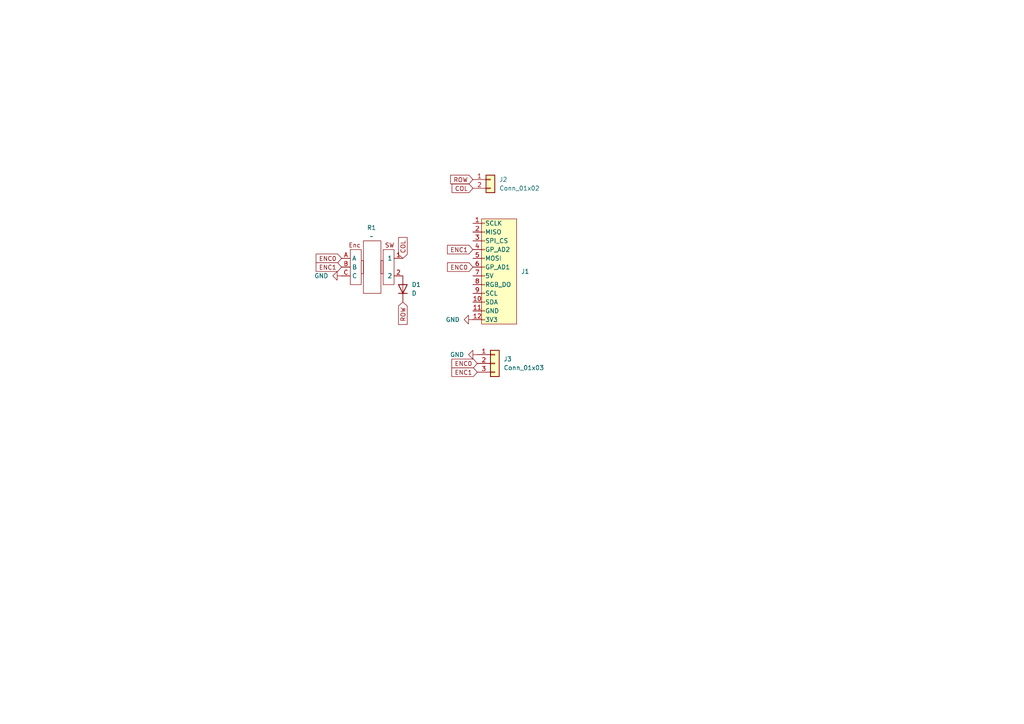
<source format=kicad_sch>
(kicad_sch (version 20250114) (generator "eeschema") (generator_version "9.0")
  (paper "A4")
  (lib_symbols
    (symbol "Connector_Generic:Conn_01x02" (pin_names (offset 1.016) (hide yes))
      (property "Reference" "J" (at 0 2.54 0))
      (property "Value" "Conn_01x02" (at 0 -5.08 0))
      (symbol "Conn_01x02_1_1"
        (rectangle (start -1.27 1.27) (end 1.27 -3.81) (stroke (width 0.254)) (fill (type background)))
        (rectangle (start -1.27 0.127) (end 0 -0.127) (stroke (width 0.1524)))
        (rectangle (start -1.27 -2.413) (end 0 -2.667) (stroke (width 0.1524)))
        (pin passive line (at -5.08 0 0) (length 3.81) (name "Pin_1") (number "1"))
        (pin passive line (at -5.08 -2.54 0) (length 3.81) (name "Pin_2") (number "2"))
      )
    )
    (symbol "Connector_Generic:Conn_01x03" (pin_names (offset 1.016) (hide yes))
      (property "Reference" "J" (at 0 5.08 0))
      (property "Value" "Conn_01x03" (at 0 -5.08 0))
      (symbol "Conn_01x03_1_1"
        (rectangle (start -1.27 3.81) (end 1.27 -3.81) (stroke (width 0.254)) (fill (type background)))
        (rectangle (start -1.27 2.667) (end 0 2.413) (stroke (width 0.1524)))
        (rectangle (start -1.27 0.127) (end 0 -0.127) (stroke (width 0.1524)))
        (rectangle (start -1.27 -2.413) (end 0 -2.667) (stroke (width 0.1524)))
        (pin passive line (at -5.08 2.54 0) (length 3.81) (name "Pin_1") (number "1"))
        (pin passive line (at -5.08 0 0) (length 3.81) (name "Pin_2") (number "2"))
        (pin passive line (at -5.08 -2.54 0) (length 3.81) (name "Pin_3") (number "3"))
      )
    )
    (symbol "Device:D" (pin_numbers (hide yes)) (pin_names (offset 1.016) (hide yes))
      (property "Reference" "D" (at 0 2.54 0))
      (property "Value" "D" (at 0 -2.54 0))
      (symbol "D_0_1"
        (polyline (pts (xy -1.27 1.27) (xy -1.27 -1.27)) (stroke (width 0.254)))
        (polyline (pts (xy 1.27 1.27) (xy 1.27 -1.27) (xy -1.27 0) (xy 1.27 1.27)) (stroke (width 0.254)))
        (polyline (pts (xy 1.27 0) (xy -1.27 0)))
      )
      (symbol "D_1_1"
        (pin passive line (at -3.81 0 0) (length 2.54) (name "K") (number "1"))
        (pin passive line (at 3.81 0 180) (length 2.54) (name "A") (number "2"))
      )
    )
    (symbol "THQWGD001:THQWGD001_with_Click"
      (property "Reference" "R" (at 0 -0.254 0))
      (symbol "THQWGD001_with_Click_0_1"
        (rectangle (start -3.175 1.905) (end -2.54 -1.905))
        (rectangle (start -2.54 7.62) (end 2.54 -7.62))
        (rectangle (start 2.54 1.905) (end 3.175 -1.905))
        (rectangle (start 3.175 5.08) (end 6.35 -5.08))
      )
      (symbol "THQWGD001_with_Click_1_1"
        (rectangle (start -6.35 5.08) (end -3.175 -5.08))
        (text "Enc" (at -5.08 6.35 0) (effects (font (size 1.27 1.27))))
        (text "SW" (at 5.08 6.35 0) (effects (font (size 1.27 1.27))))
        (pin passive line (at -8.89 2.54 0) (length 2.54) (name "A") (number "A"))
        (pin passive line (at -8.89 0 0) (length 2.54) (name "B") (number "B"))
        (pin passive line (at -8.89 -2.54 0) (length 2.54) (name "C") (number "C"))
        (pin passive line (at 8.89 2.54 180) (length 2.54) (name "1") (number "1"))
        (pin passive line (at 8.89 -2.54 180) (length 2.54) (name "2") (number "2"))
      )
    )
    (symbol "power:GND" (power) (pin_numbers (hide yes)) (pin_names (offset 0) (hide yes))
      (property "Value" "GND" (at 0 -3.81 0))
      (symbol "GND_0_1"
        (polyline (pts (xy 0 0) (xy 0 -1.27) (xy 1.27 -1.27) (xy 0 -2.54) (xy -1.27 -1.27) (xy 0 -1.27)))
      )
      (symbol "GND_1_1"
        (pin power_in line (at 0 0 270) (length 0) (name "~") (number "1"))
      )
    )
    (symbol "vik:vik-module-connector" (pin_names (offset 1))
      (property "Reference" "J" (at 0 15.875 0))
      (symbol "vik-module-connector_1_1"
        (rectangle (start -5.08 13.97) (end 5.08 -16.51) (fill (type background)))
        (rectangle (start -5.0546 12.827) (end -4.191 12.573) (stroke (width 0.1)))
        (rectangle (start -5.0546 10.287) (end -4.191 10.033) (stroke (width 0.1)))
        (rectangle (start -5.0546 7.747) (end -4.191 7.493) (stroke (width 0.1)))
        (rectangle (start -5.0546 5.207) (end -4.191 4.953) (stroke (width 0.1)))
        (rectangle (start -5.0546 2.667) (end -4.191 2.413) (stroke (width 0.1)))
        (rectangle (start -5.0546 0.127) (end -4.191 -0.127) (stroke (width 0.1)))
        (rectangle (start -5.0546 -2.413) (end -4.191 -2.667) (stroke (width 0.1)))
        (rectangle (start -5.0546 -4.953) (end -4.191 -5.207) (stroke (width 0.1)))
        (rectangle (start -5.0546 -7.493) (end -4.191 -7.747) (stroke (width 0.1)))
        (rectangle (start -5.0546 -10.033) (end -4.191 -10.287) (stroke (width 0.1)))
        (rectangle (start -5.0546 -12.573) (end -4.191 -12.827) (stroke (width 0.1)))
        (rectangle (start -5.0546 -15.113) (end -4.191 -15.367) (stroke (width 0.1)))
        (pin output line (at -7.62 12.7 0) (length 2.54) (name "SCLK") (number "1"))
        (pin tri_state line (at -7.62 10.16 0) (length 2.54) (name "MISO") (number "2"))
        (pin output line (at -7.62 7.62 0) (length 2.54) (name "SPI_CS") (number "3"))
        (pin bidirectional line (at -7.62 5.08 0) (length 2.54) (name "GP_AD2") (number "4"))
        (pin output line (at -7.62 2.54 0) (length 2.54) (name "MOSI") (number "5"))
        (pin bidirectional line (at -7.62 0 0) (length 2.54) (name "GP_AD1") (number "6"))
        (pin power_out line (at -7.62 -2.54 0) (length 2.54) (name "5V") (number "7"))
        (pin output line (at -7.62 -5.08 0) (length 2.54) (name "RGB_DO") (number "8"))
        (pin bidirectional line (at -7.62 -7.62 0) (length 2.54) (name "SCL") (number "9"))
        (pin bidirectional line (at -7.62 -10.16 0) (length 2.54) (name "SDA") (number "10"))
        (pin power_out line (at -7.62 -12.7 0) (length 2.54) (name "GND") (number "11"))
        (pin power_out line (at -7.62 -15.24 0) (length 2.54) (name "3V3") (number "12"))
      )
    )
  )
  (global_label "COL" (shape input) (at 116.84 74.93 90) (property "Intersheetrefs" "${INTERSHEET_REFS}" (effects (hide yes))))
  (global_label "ENC0" (shape input) (at 137.16 77.47 180) (property "Intersheetrefs" "${INTERSHEET_REFS}" (effects (hide yes))))
  (global_label "ENC0" (shape input) (at 99.06 74.93 180) (property "Intersheetrefs" "${INTERSHEET_REFS}" (effects (hide yes))))
  (global_label "ROW" (shape input) (at 116.84 87.63 270) (property "Intersheetrefs" "${INTERSHEET_REFS}" (effects (hide yes))))
  (global_label "ENC1" (shape input) (at 137.16 72.39 180) (property "Intersheetrefs" "${INTERSHEET_REFS}" (effects (hide yes))))
  (global_label "ROW" (shape input) (at 137.16 52.07 180) (property "Intersheetrefs" "${INTERSHEET_REFS}" (effects (hide yes))))
  (global_label "ENC1" (shape input) (at 138.43 107.95 180) (property "Intersheetrefs" "${INTERSHEET_REFS}" (effects (hide yes))))
  (global_label "COL" (shape input) (at 137.16 54.61 180) (property "Intersheetrefs" "${INTERSHEET_REFS}" (effects (hide yes))))
  (global_label "ENC1" (shape input) (at 99.06 77.47 180) (property "Intersheetrefs" "${INTERSHEET_REFS}" (effects (hide yes))))
  (global_label "ENC0" (shape input) (at 138.43 105.41 180) (property "Intersheetrefs" "${INTERSHEET_REFS}" (effects (hide yes))))
  (symbol (lib_id "Connector_Generic:Conn_01x03") (at 143.51 105.41 0) (unit 1)
    (property "Reference" "J3" (at 146.05 104.1399 0) (effects (justify left)))
    (property "Value" "Conn_01x03" (at 146.05 106.6799 0) (effects (justify left)))
    (property "Footprint" "Connector_PinHeader_2.00mm:PinHeader_1x03_P2.00mm_Vertical" (effects (hide yes)))
    (property "Description" "Generic connector, single row, 01x03, script generated (kicad-library-utils/schlib/autogen/connector/)" (effects (hide yes)))
  )
  (symbol (lib_id "Connector_Generic:Conn_01x02") (at 142.24 52.07 0) (unit 1)
    (property "Reference" "J2" (at 144.78 52.0699 0) (effects (justify left)))
    (property "Value" "Conn_01x02" (at 144.78 54.6099 0) (effects (justify left)))
    (property "Footprint" "Connector_PinHeader_2.00mm:PinHeader_1x02_P2.00mm_Vertical" (effects (hide yes)))
    (property "Description" "Generic connector, single row, 01x02, script generated (kicad-library-utils/schlib/autogen/connector/)" (effects (hide yes)))
  )
  (symbol (lib_id "power:GND") (at 137.16 92.71 270) (unit 1)
    (property "Reference" "#PWR02" (effects (hide yes)))
    (property "Value" "GND" (at 133.35 92.7099 90) (effects (justify right)))
    (property "Description" "Power symbol creates a global label with name \"GND\" , ground" (effects (hide yes)))
  )
  (symbol (lib_id "power:GND") (at 138.43 102.87 270) (unit 1)
    (property "Reference" "#PWR03" (effects (hide yes)))
    (property "Value" "GND" (at 134.62 102.8699 90) (effects (justify right)))
    (property "Description" "Power symbol creates a global label with name \"GND\" , ground" (effects (hide yes)))
  )
  (symbol (lib_id "power:GND") (at 99.06 80.01 270) (unit 1)
    (property "Reference" "#PWR01" (effects (hide yes)))
    (property "Value" "GND" (at 95.25 80.0099 90) (effects (justify right)))
    (property "Description" "Power symbol creates a global label with name \"GND\" , ground" (effects (hide yes)))
  )
  (symbol (lib_id "THQWGD001:THQWGD001_with_Click") (at 107.95 77.47 0) (unit 1)
    (property "Reference" "R1" (at 107.7686 66.04 0))
    (property "Value" "~" (at 107.7686 68.58 0))
    (property "Footprint" "THQWGD001-RollerVIK:THQWGD001C [4pin] #1" (effects (hide yes)))
    (property "Datasheet" "https://github.com/Taro-Hayashi/THQWGD001" (effects (hide yes)))
    (property "Description" "1U Wheel Encoder" (effects (hide yes)))
  )
  (symbol (lib_id "Device:D") (at 116.84 83.82 90) (unit 1)
    (property "Reference" "D1" (at 119.38 82.5499 90) (effects (justify right)))
    (property "Value" "D" (at 119.38 85.0899 90) (effects (justify right)))
    (property "Footprint" "Diode_SMD:D_SOD-123" (effects (hide yes)))
    (property "Description" "Diode" (effects (hide yes)))
    (property "Sim.Device" "D" (effects (hide yes)))
    (property "Sim.Pins" "1=K 2=A" (effects (hide yes)))
  )
  (symbol (lib_id "vik:vik-module-connector") (at 144.78 77.47 0) (unit 1)
    (property "Reference" "J1" (at 151.13 78.7399 0) (effects (justify left)))
    (property "Value" "vik-module-connector" (effects (hide yes)))
    (property "Footprint" "THQWGD001-RollerVIK:vik-module-connector-horizontal" (effects (hide yes)))
  )
)
</source>
